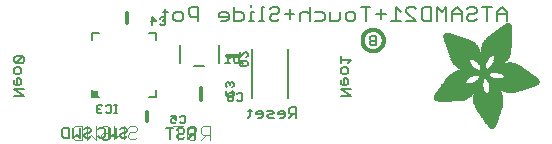
<source format=gbr>
G04 EAGLE Gerber RS-274X export*
G75*
%MOMM*%
%FSLAX34Y34*%
%LPD*%
%INSilkscreen Bottom*%
%IPPOS*%
%AMOC8*
5,1,8,0,0,1.08239X$1,22.5*%
G01*
%ADD10C,0.127000*%
%ADD11C,0.177800*%
%ADD12C,0.304800*%
%ADD13C,0.152400*%
%ADD14C,0.203200*%
%ADD15R,0.500000X0.500000*%
%ADD16C,0.101600*%
%ADD17R,0.125700X0.014000*%
%ADD18R,0.209500X0.014000*%
%ADD19R,0.279400X0.013900*%
%ADD20R,0.335300X0.014000*%
%ADD21R,0.377200X0.014000*%
%ADD22R,0.419100X0.013900*%
%ADD23R,0.475000X0.014000*%
%ADD24R,0.502900X0.014000*%
%ADD25R,0.530900X0.013900*%
%ADD26R,0.558800X0.014000*%
%ADD27R,0.586800X0.014000*%
%ADD28R,0.628600X0.014000*%
%ADD29R,0.642600X0.013900*%
%ADD30R,0.670500X0.014000*%
%ADD31R,0.698500X0.014000*%
%ADD32R,0.712500X0.013900*%
%ADD33R,0.740400X0.014000*%
%ADD34R,0.768400X0.014000*%
%ADD35R,0.782300X0.013900*%
%ADD36R,0.810300X0.014000*%
%ADD37R,0.824200X0.014000*%
%ADD38R,0.852200X0.014000*%
%ADD39R,0.880200X0.013900*%
%ADD40R,0.894100X0.014000*%
%ADD41R,0.908100X0.014000*%
%ADD42R,0.936000X0.013900*%
%ADD43R,0.950000X0.014000*%
%ADD44R,0.964000X0.014000*%
%ADD45R,0.991900X0.013900*%
%ADD46R,1.005900X0.014000*%
%ADD47R,1.033800X0.014000*%
%ADD48R,1.047800X0.014000*%
%ADD49R,1.061800X0.013900*%
%ADD50R,1.089700X0.014000*%
%ADD51R,1.103700X0.014000*%
%ADD52R,1.117600X0.013900*%
%ADD53R,1.145600X0.014000*%
%ADD54R,1.159600X0.014000*%
%ADD55R,1.173500X0.013900*%
%ADD56R,1.201500X0.014000*%
%ADD57R,1.215400X0.014000*%
%ADD58R,1.243400X0.014000*%
%ADD59R,1.257300X0.013900*%
%ADD60R,1.271300X0.014000*%
%ADD61R,1.299300X0.014000*%
%ADD62R,1.313200X0.013900*%
%ADD63R,1.327200X0.014000*%
%ADD64R,1.355100X0.014000*%
%ADD65R,1.369100X0.013900*%
%ADD66R,1.383100X0.014000*%
%ADD67R,1.411000X0.014000*%
%ADD68R,1.425000X0.014000*%
%ADD69R,1.452900X0.013900*%
%ADD70R,1.466900X0.014000*%
%ADD71R,1.480900X0.014000*%
%ADD72R,1.508800X0.013900*%
%ADD73R,1.522800X0.014000*%
%ADD74R,1.536700X0.014000*%
%ADD75R,0.167700X0.013900*%
%ADD76R,1.564700X0.013900*%
%ADD77R,0.265500X0.014000*%
%ADD78R,1.578700X0.014000*%
%ADD79R,0.349200X0.014000*%
%ADD80R,1.606600X0.014000*%
%ADD81R,0.405100X0.014000*%
%ADD82R,1.620600X0.014000*%
%ADD83R,0.475000X0.013900*%
%ADD84R,1.634500X0.013900*%
%ADD85R,0.530900X0.014000*%
%ADD86R,1.662500X0.014000*%
%ADD87R,1.676400X0.014000*%
%ADD88R,1.690400X0.013900*%
%ADD89R,1.718400X0.014000*%
%ADD90R,0.754400X0.014000*%
%ADD91R,1.732300X0.014000*%
%ADD92R,0.796300X0.013900*%
%ADD93R,1.746300X0.013900*%
%ADD94R,0.852100X0.014000*%
%ADD95R,1.774200X0.014000*%
%ADD96R,0.908000X0.014000*%
%ADD97R,1.788200X0.014000*%
%ADD98R,0.949900X0.014000*%
%ADD99R,1.816100X0.014000*%
%ADD100R,1.005900X0.013900*%
%ADD101R,1.830100X0.013900*%
%ADD102R,1.844100X0.014000*%
%ADD103R,1.872000X0.014000*%
%ADD104R,1.131600X0.013900*%
%ADD105R,1.886000X0.013900*%
%ADD106R,1.187500X0.014000*%
%ADD107R,1.900000X0.014000*%
%ADD108R,1.229400X0.014000*%
%ADD109R,1.927900X0.014000*%
%ADD110R,1.271300X0.013900*%
%ADD111R,1.941900X0.013900*%
%ADD112R,1.313200X0.014000*%
%ADD113R,1.955800X0.014000*%
%ADD114R,1.969800X0.014000*%
%ADD115R,1.397000X0.014000*%
%ADD116R,1.997800X0.014000*%
%ADD117R,1.439000X0.013900*%
%ADD118R,2.011700X0.013900*%
%ADD119R,2.025700X0.014000*%
%ADD120R,2.039700X0.014000*%
%ADD121R,1.550700X0.013900*%
%ADD122R,2.053600X0.013900*%
%ADD123R,1.592600X0.014000*%
%ADD124R,2.067600X0.014000*%
%ADD125R,1.634500X0.014000*%
%ADD126R,2.081600X0.014000*%
%ADD127R,2.095500X0.013900*%
%ADD128R,2.109500X0.014000*%
%ADD129R,1.760200X0.014000*%
%ADD130R,2.123500X0.014000*%
%ADD131R,1.802100X0.014000*%
%ADD132R,2.137500X0.014000*%
%ADD133R,1.844000X0.013900*%
%ADD134R,2.151400X0.013900*%
%ADD135R,1.871900X0.014000*%
%ADD136R,2.165400X0.014000*%
%ADD137R,1.913800X0.014000*%
%ADD138R,2.179400X0.014000*%
%ADD139R,1.955800X0.013900*%
%ADD140R,2.193300X0.013900*%
%ADD141R,1.983800X0.014000*%
%ADD142R,2.207300X0.014000*%
%ADD143R,2.221300X0.014000*%
%ADD144R,2.221300X0.013900*%
%ADD145R,2.095500X0.014000*%
%ADD146R,2.235200X0.014000*%
%ADD147R,2.249200X0.014000*%
%ADD148R,2.137400X0.014000*%
%ADD149R,2.263200X0.014000*%
%ADD150R,2.179300X0.013900*%
%ADD151R,2.277200X0.013900*%
%ADD152R,2.193300X0.014000*%
%ADD153R,2.277200X0.014000*%
%ADD154R,2.221200X0.014000*%
%ADD155R,2.291100X0.014000*%
%ADD156R,2.249100X0.013900*%
%ADD157R,2.305100X0.013900*%
%ADD158R,2.319100X0.014000*%
%ADD159R,2.277100X0.014000*%
%ADD160R,2.333000X0.013900*%
%ADD161R,2.319000X0.014000*%
%ADD162R,2.347000X0.014000*%
%ADD163R,2.333000X0.014000*%
%ADD164R,2.361000X0.014000*%
%ADD165R,2.360900X0.014000*%
%ADD166R,2.374900X0.013900*%
%ADD167R,2.388800X0.014000*%
%ADD168R,2.388900X0.014000*%
%ADD169R,2.416800X0.014000*%
%ADD170R,2.416900X0.013900*%
%ADD171R,2.402900X0.013900*%
%ADD172R,2.430800X0.014000*%
%ADD173R,2.402900X0.014000*%
%ADD174R,2.458800X0.014000*%
%ADD175R,2.416900X0.014000*%
%ADD176R,2.458700X0.013900*%
%ADD177R,2.430800X0.013900*%
%ADD178R,2.472700X0.014000*%
%ADD179R,2.500600X0.014000*%
%ADD180R,2.444800X0.014000*%
%ADD181R,2.514600X0.013900*%
%ADD182R,2.458800X0.013900*%
%ADD183R,2.528600X0.014000*%
%ADD184R,2.528500X0.014000*%
%ADD185R,2.542500X0.013900*%
%ADD186R,2.472700X0.013900*%
%ADD187R,2.556500X0.014000*%
%ADD188R,2.486700X0.014000*%
%ADD189R,2.570500X0.013900*%
%ADD190R,2.486700X0.013900*%
%ADD191R,2.584500X0.014000*%
%ADD192R,2.500700X0.014000*%
%ADD193R,2.584400X0.014000*%
%ADD194R,2.598400X0.014000*%
%ADD195R,2.514600X0.014000*%
%ADD196R,2.612400X0.013900*%
%ADD197R,2.612400X0.014000*%
%ADD198R,2.626300X0.014000*%
%ADD199R,2.640300X0.013900*%
%ADD200R,2.528600X0.013900*%
%ADD201R,2.640400X0.014000*%
%ADD202R,2.542600X0.014000*%
%ADD203R,2.654300X0.014000*%
%ADD204R,2.654300X0.013900*%
%ADD205R,2.542600X0.013900*%
%ADD206R,2.668300X0.014000*%
%ADD207R,2.556600X0.014000*%
%ADD208R,2.682200X0.014000*%
%ADD209R,2.668200X0.013900*%
%ADD210R,2.556600X0.013900*%
%ADD211R,2.570500X0.014000*%
%ADD212R,2.696200X0.014000*%
%ADD213R,2.682300X0.013900*%
%ADD214R,2.696300X0.014000*%
%ADD215R,2.696200X0.013900*%
%ADD216R,2.710200X0.014000*%
%ADD217R,2.710200X0.013900*%
%ADD218R,2.724100X0.014000*%
%ADD219R,2.710100X0.014000*%
%ADD220R,2.724100X0.013900*%
%ADD221R,2.584500X0.013900*%
%ADD222R,2.724200X0.014000*%
%ADD223R,2.724200X0.013900*%
%ADD224R,2.738100X0.013900*%
%ADD225R,2.738200X0.013900*%
%ADD226R,2.556500X0.013900*%
%ADD227R,5.238700X0.013900*%
%ADD228R,5.238700X0.014000*%
%ADD229R,5.224800X0.014000*%
%ADD230R,5.210800X0.013900*%
%ADD231R,5.210800X0.014000*%
%ADD232R,5.196800X0.014000*%
%ADD233R,5.182900X0.013900*%
%ADD234R,5.182900X0.014000*%
%ADD235R,5.168900X0.014000*%
%ADD236R,5.154900X0.014000*%
%ADD237R,5.154900X0.013900*%
%ADD238R,5.141000X0.014000*%
%ADD239R,5.127000X0.014000*%
%ADD240R,3.604200X0.013900*%
%ADD241R,1.411000X0.013900*%
%ADD242R,3.562300X0.014000*%
%ADD243R,1.383000X0.014000*%
%ADD244R,3.534400X0.014000*%
%ADD245R,1.369100X0.014000*%
%ADD246R,3.506500X0.013900*%
%ADD247R,1.341100X0.013900*%
%ADD248R,3.492500X0.014000*%
%ADD249R,1.341100X0.014000*%
%ADD250R,3.450600X0.014000*%
%ADD251R,1.313100X0.014000*%
%ADD252R,3.436600X0.014000*%
%ADD253R,3.422700X0.013900*%
%ADD254R,1.299200X0.013900*%
%ADD255R,3.394700X0.014000*%
%ADD256R,1.285300X0.014000*%
%ADD257R,3.380700X0.014000*%
%ADD258R,3.366700X0.013900*%
%ADD259R,3.338900X0.014000*%
%ADD260R,1.257300X0.014000*%
%ADD261R,3.324900X0.014000*%
%ADD262R,3.310900X0.013900*%
%ADD263R,1.243400X0.013900*%
%ADD264R,3.283000X0.014000*%
%ADD265R,3.255000X0.014000*%
%ADD266R,3.241000X0.013900*%
%ADD267R,1.215400X0.013900*%
%ADD268R,3.227100X0.014000*%
%ADD269R,3.213100X0.014000*%
%ADD270R,1.718300X0.013900*%
%ADD271R,1.187500X0.013900*%
%ADD272R,1.648500X0.014000*%
%ADD273R,1.187400X0.014000*%
%ADD274R,1.620500X0.014000*%
%ADD275R,1.592600X0.013900*%
%ADD276R,1.271200X0.013900*%
%ADD277R,1.173400X0.013900*%
%ADD278R,1.159500X0.014000*%
%ADD279R,1.564600X0.014000*%
%ADD280R,1.201400X0.014000*%
%ADD281R,1.145500X0.014000*%
%ADD282R,1.145500X0.013900*%
%ADD283R,1.550700X0.014000*%
%ADD284R,1.103600X0.014000*%
%ADD285R,1.131600X0.014000*%
%ADD286R,1.075700X0.014000*%
%ADD287R,1.117600X0.014000*%
%ADD288R,1.536700X0.013900*%
%ADD289R,1.047800X0.013900*%
%ADD290R,1.103600X0.013900*%
%ADD291R,1.522700X0.014000*%
%ADD292R,1.005800X0.014000*%
%ADD293R,0.991900X0.014000*%
%ADD294R,0.963900X0.013900*%
%ADD295R,1.075700X0.013900*%
%ADD296R,1.508800X0.014000*%
%ADD297R,1.075600X0.014000*%
%ADD298R,1.494800X0.014000*%
%ADD299R,1.061700X0.014000*%
%ADD300R,1.047700X0.014000*%
%ADD301R,1.494800X0.013900*%
%ADD302R,1.047700X0.013900*%
%ADD303R,1.480800X0.014000*%
%ADD304R,1.494700X0.014000*%
%ADD305R,0.838200X0.014000*%
%ADD306R,1.480800X0.013900*%
%ADD307R,0.810200X0.013900*%
%ADD308R,1.019800X0.013900*%
%ADD309R,1.466800X0.014000*%
%ADD310R,0.796300X0.014000*%
%ADD311R,0.768300X0.014000*%
%ADD312R,1.466800X0.013900*%
%ADD313R,0.754300X0.013900*%
%ADD314R,0.977900X0.013900*%
%ADD315R,0.139700X0.013900*%
%ADD316R,0.963900X0.014000*%
%ADD317R,0.712500X0.014000*%
%ADD318R,0.544800X0.014000*%
%ADD319R,0.670600X0.014000*%
%ADD320R,0.684600X0.013900*%
%ADD321R,0.922000X0.013900*%
%ADD322R,1.452900X0.014000*%
%ADD323R,0.656600X0.014000*%
%ADD324R,0.922100X0.014000*%
%ADD325R,0.866200X0.014000*%
%ADD326R,0.894000X0.013900*%
%ADD327R,1.033800X0.013900*%
%ADD328R,0.614600X0.014000*%
%ADD329R,0.866100X0.014000*%
%ADD330R,1.452800X0.014000*%
%ADD331R,0.600700X0.014000*%
%ADD332R,1.173500X0.014000*%
%ADD333R,1.438900X0.013900*%
%ADD334R,0.586700X0.013900*%
%ADD335R,0.838200X0.013900*%
%ADD336R,0.586700X0.014000*%
%ADD337R,2.151400X0.014000*%
%ADD338R,2.193200X0.014000*%
%ADD339R,1.438900X0.014000*%
%ADD340R,0.544900X0.014000*%
%ADD341R,0.544900X0.013900*%
%ADD342R,2.277100X0.013900*%
%ADD343R,0.516900X0.014000*%
%ADD344R,0.516900X0.013900*%
%ADD345R,0.489000X0.014000*%
%ADD346R,1.424900X0.014000*%
%ADD347R,2.444700X0.014000*%
%ADD348R,1.424900X0.013900*%
%ADD349R,0.461000X0.014000*%
%ADD350R,2.570400X0.014000*%
%ADD351R,1.425000X0.013900*%
%ADD352R,0.447000X0.013900*%
%ADD353R,1.410900X0.014000*%
%ADD354R,0.447000X0.014000*%
%ADD355R,0.433100X0.014000*%
%ADD356R,2.668200X0.014000*%
%ADD357R,0.433100X0.013900*%
%ADD358R,0.419100X0.014000*%
%ADD359R,2.738100X0.014000*%
%ADD360R,2.766100X0.014000*%
%ADD361R,1.397000X0.013900*%
%ADD362R,2.807900X0.013900*%
%ADD363R,2.835900X0.014000*%
%ADD364R,2.877900X0.014000*%
%ADD365R,0.433000X0.014000*%
%ADD366R,2.905700X0.014000*%
%ADD367R,1.369000X0.013900*%
%ADD368R,0.433000X0.013900*%
%ADD369R,2.947700X0.013900*%
%ADD370R,2.989500X0.014000*%
%ADD371R,3.031500X0.014000*%
%ADD372R,1.355100X0.013900*%
%ADD373R,0.488900X0.013900*%
%ADD374R,3.087300X0.013900*%
%ADD375R,1.341200X0.014000*%
%ADD376R,3.702000X0.014000*%
%ADD377R,3.716000X0.014000*%
%ADD378R,1.327100X0.013900*%
%ADD379R,3.757900X0.013900*%
%ADD380R,3.771900X0.014000*%
%ADD381R,1.299200X0.014000*%
%ADD382R,3.799900X0.014000*%
%ADD383R,3.841700X0.014000*%
%ADD384R,3.869700X0.013900*%
%ADD385R,3.925600X0.014000*%
%ADD386R,0.111800X0.014000*%
%ADD387R,5.266700X0.014000*%
%ADD388R,5.727700X0.013900*%
%ADD389R,5.825500X0.014000*%
%ADD390R,5.895400X0.014000*%
%ADD391R,5.965200X0.013900*%
%ADD392R,6.021100X0.014000*%
%ADD393R,6.076900X0.014000*%
%ADD394R,6.146800X0.014000*%
%ADD395R,6.188800X0.013900*%
%ADD396R,6.244600X0.014000*%
%ADD397R,6.286500X0.014000*%
%ADD398R,6.328400X0.013900*%
%ADD399R,6.384300X0.014000*%
%ADD400R,3.352800X0.014000*%
%ADD401R,2.821900X0.014000*%
%ADD402R,3.283000X0.013900*%
%ADD403R,3.241100X0.014000*%
%ADD404R,2.682300X0.014000*%
%ADD405R,3.241000X0.014000*%
%ADD406R,2.640300X0.014000*%
%ADD407R,3.227100X0.013900*%
%ADD408R,2.584400X0.013900*%
%ADD409R,3.227000X0.014000*%
%ADD410R,3.269000X0.013900*%
%ADD411R,3.282900X0.014000*%
%ADD412R,3.310900X0.014000*%
%ADD413R,3.338800X0.013900*%
%ADD414R,0.922000X0.014000*%
%ADD415R,2.123400X0.013900*%
%ADD416R,0.894100X0.013900*%
%ADD417R,2.081500X0.014000*%
%ADD418R,0.894000X0.014000*%
%ADD419R,0.908100X0.013900*%
%ADD420R,2.039600X0.014000*%
%ADD421R,2.011700X0.014000*%
%ADD422R,0.936000X0.014000*%
%ADD423R,1.969700X0.013900*%
%ADD424R,0.977900X0.014000*%
%ADD425R,1.941900X0.014000*%
%ADD426R,1.927800X0.013900*%
%ADD427R,1.913900X0.014000*%
%ADD428R,1.913800X0.013900*%
%ADD429R,2.794000X0.013900*%
%ADD430R,1.899900X0.014000*%
%ADD431R,1.229300X0.014000*%
%ADD432R,1.285200X0.014000*%
%ADD433R,2.919700X0.014000*%
%ADD434R,1.872000X0.013900*%
%ADD435R,2.961600X0.013900*%
%ADD436R,1.858000X0.014000*%
%ADD437R,3.031400X0.014000*%
%ADD438R,3.115300X0.014000*%
%ADD439R,1.858000X0.013900*%
%ADD440R,5.029200X0.013900*%
%ADD441R,4.428500X0.014000*%
%ADD442R,1.844000X0.014000*%
%ADD443R,4.414500X0.014000*%
%ADD444R,4.414500X0.013900*%
%ADD445R,1.830100X0.014000*%
%ADD446R,4.414600X0.014000*%
%ADD447R,1.830000X0.014000*%
%ADD448R,0.530800X0.014000*%
%ADD449R,4.400500X0.014000*%
%ADD450R,4.400500X0.013900*%
%ADD451R,4.400600X0.014000*%
%ADD452R,0.572800X0.013900*%
%ADD453R,4.386600X0.013900*%
%ADD454R,4.386500X0.014000*%
%ADD455R,0.614700X0.013900*%
%ADD456R,4.372600X0.013900*%
%ADD457R,0.642600X0.014000*%
%ADD458R,4.372600X0.014000*%
%ADD459R,0.698500X0.013900*%
%ADD460R,4.358600X0.013900*%
%ADD461R,0.712400X0.014000*%
%ADD462R,4.358600X0.014000*%
%ADD463R,4.344700X0.014000*%
%ADD464R,1.871900X0.013900*%
%ADD465R,0.768300X0.013900*%
%ADD466R,4.330700X0.013900*%
%ADD467R,1.885900X0.014000*%
%ADD468R,0.782300X0.014000*%
%ADD469R,4.330700X0.014000*%
%ADD470R,4.316700X0.014000*%
%ADD471R,1.899900X0.013900*%
%ADD472R,0.852200X0.013900*%
%ADD473R,4.316700X0.013900*%
%ADD474R,0.880100X0.014000*%
%ADD475R,4.302700X0.014000*%
%ADD476R,1.941800X0.014000*%
%ADD477R,4.288800X0.014000*%
%ADD478R,1.983700X0.013900*%
%ADD479R,4.274800X0.013900*%
%ADD480R,4.274800X0.014000*%
%ADD481R,4.260800X0.014000*%
%ADD482R,3.408700X0.013900*%
%ADD483R,4.260800X0.013900*%
%ADD484R,3.408700X0.014000*%
%ADD485R,4.232900X0.014000*%
%ADD486R,3.422700X0.014000*%
%ADD487R,4.219000X0.014000*%
%ADD488R,3.436600X0.013900*%
%ADD489R,4.219000X0.013900*%
%ADD490R,4.205000X0.014000*%
%ADD491R,4.177000X0.014000*%
%ADD492R,3.464600X0.014000*%
%ADD493R,4.163100X0.014000*%
%ADD494R,3.478600X0.013900*%
%ADD495R,4.135100X0.013900*%
%ADD496R,3.478600X0.014000*%
%ADD497R,4.121100X0.014000*%
%ADD498R,4.093200X0.014000*%
%ADD499R,4.051300X0.013900*%
%ADD500R,3.520500X0.014000*%
%ADD501R,4.009400X0.014000*%
%ADD502R,3.981400X0.014000*%
%ADD503R,3.548300X0.013900*%
%ADD504R,3.939500X0.013900*%
%ADD505R,3.897600X0.014000*%
%ADD506R,3.576300X0.014000*%
%ADD507R,3.799800X0.014000*%
%ADD508R,3.590200X0.013900*%
%ADD509R,3.744000X0.013900*%
%ADD510R,3.604200X0.014000*%
%ADD511R,3.702100X0.014000*%
%ADD512R,3.618200X0.014000*%
%ADD513R,3.660200X0.014000*%
%ADD514R,3.632200X0.013900*%
%ADD515R,3.618300X0.013900*%
%ADD516R,3.646200X0.014000*%
%ADD517R,3.576400X0.014000*%
%ADD518R,3.660100X0.014000*%
%ADD519R,3.660100X0.013900*%
%ADD520R,3.674100X0.014000*%
%ADD521R,3.436700X0.014000*%
%ADD522R,2.612300X0.014000*%
%ADD523R,0.782400X0.014000*%
%ADD524R,3.716000X0.013900*%
%ADD525R,2.500600X0.013900*%
%ADD526R,3.730000X0.014000*%
%ADD527R,3.758000X0.014000*%
%ADD528R,2.374900X0.014000*%
%ADD529R,3.771900X0.013900*%
%ADD530R,0.824300X0.013900*%
%ADD531R,2.305000X0.013900*%
%ADD532R,3.785900X0.014000*%
%ADD533R,3.813800X0.013900*%
%ADD534R,3.827800X0.014000*%
%ADD535R,3.855700X0.014000*%
%ADD536R,3.883700X0.014000*%
%ADD537R,1.802200X0.014000*%
%ADD538R,3.897700X0.014000*%
%ADD539R,1.746300X0.014000*%
%ADD540R,3.911600X0.013900*%
%ADD541R,0.949900X0.013900*%
%ADD542R,1.676400X0.013900*%
%ADD543R,3.939500X0.014000*%
%ADD544R,1.550600X0.014000*%
%ADD545R,3.967500X0.013900*%
%ADD546R,1.327100X0.014000*%
%ADD547R,1.019800X0.014000*%
%ADD548R,4.037300X0.013900*%
%ADD549R,3.213100X0.013900*%
%ADD550R,0.866200X0.013900*%
%ADD551R,1.061700X0.013900*%
%ADD552R,0.908000X0.013900*%
%ADD553R,1.089600X0.014000*%
%ADD554R,0.181700X0.014000*%
%ADD555R,2.346900X0.014000*%
%ADD556R,2.346900X0.013900*%
%ADD557R,3.227000X0.013900*%
%ADD558R,2.388900X0.013900*%
%ADD559R,2.416800X0.013900*%
%ADD560R,2.430700X0.014000*%
%ADD561R,3.199100X0.013900*%
%ADD562R,2.444700X0.013900*%
%ADD563R,3.199200X0.014000*%
%ADD564R,3.185200X0.014000*%
%ADD565R,2.458700X0.014000*%
%ADD566R,3.185100X0.013900*%
%ADD567R,3.171100X0.014000*%
%ADD568R,3.157200X0.014000*%
%ADD569R,3.143200X0.013900*%
%ADD570R,3.129300X0.014000*%
%ADD571R,3.101300X0.014000*%
%ADD572R,3.087400X0.013900*%
%ADD573R,3.087400X0.014000*%
%ADD574R,3.059400X0.014000*%
%ADD575R,3.031500X0.013900*%
%ADD576R,3.017500X0.014000*%
%ADD577R,2.989600X0.014000*%
%ADD578R,2.975600X0.014000*%
%ADD579R,2.891700X0.014000*%
%ADD580R,2.849900X0.013900*%
%ADD581R,2.822000X0.014000*%
%ADD582R,2.794000X0.014000*%
%ADD583R,2.752100X0.013900*%
%ADD584R,2.305000X0.014000*%
%ADD585R,2.109400X0.013900*%
%ADD586R,1.969700X0.014000*%
%ADD587R,2.486600X0.014000*%
%ADD588R,2.472600X0.014000*%
%ADD589R,2.472600X0.013900*%
%ADD590R,2.402800X0.013900*%
%ADD591R,2.402800X0.014000*%
%ADD592R,2.360900X0.013900*%
%ADD593R,2.319100X0.013900*%
%ADD594R,2.291100X0.013900*%
%ADD595R,2.263100X0.013900*%
%ADD596R,2.249100X0.014000*%
%ADD597R,2.179300X0.014000*%
%ADD598R,2.109400X0.014000*%
%ADD599R,2.067600X0.013900*%
%ADD600R,2.053600X0.014000*%
%ADD601R,2.025600X0.014000*%
%ADD602R,2.025600X0.013900*%
%ADD603R,1.983700X0.014000*%
%ADD604R,1.927900X0.013900*%
%ADD605R,1.886000X0.014000*%
%ADD606R,1.816100X0.013900*%
%ADD607R,1.760200X0.013900*%
%ADD608R,1.732300X0.013900*%
%ADD609R,1.718300X0.014000*%
%ADD610R,1.704300X0.014000*%
%ADD611R,1.690400X0.014000*%
%ADD612R,1.662400X0.013900*%
%ADD613R,1.662400X0.014000*%
%ADD614R,1.648400X0.014000*%
%ADD615R,1.620500X0.013900*%
%ADD616R,1.578600X0.013900*%
%ADD617R,1.522700X0.013900*%
%ADD618R,1.480900X0.013900*%
%ADD619R,1.383000X0.013900*%
%ADD620R,1.369000X0.014000*%
%ADD621R,1.341200X0.013900*%
%ADD622R,1.243300X0.013900*%
%ADD623R,1.215300X0.014000*%
%ADD624R,1.201400X0.013900*%
%ADD625R,1.159500X0.013900*%
%ADD626R,1.089600X0.013900*%
%ADD627R,0.880200X0.014000*%
%ADD628R,0.810200X0.014000*%
%ADD629R,0.726500X0.014000*%
%ADD630R,0.684500X0.014000*%
%ADD631R,0.600700X0.013900*%
%ADD632R,0.530800X0.013900*%
%ADD633R,0.503000X0.014000*%
%ADD634R,0.335200X0.013900*%
%ADD635R,0.279400X0.014000*%
%ADD636R,0.223600X0.014000*%
%ADD637R,0.111800X0.013900*%


D10*
X241363Y-55245D02*
X241363Y-46347D01*
X236914Y-46347D01*
X235431Y-47830D01*
X235431Y-50796D01*
X236914Y-52279D01*
X241363Y-52279D01*
X238397Y-52279D02*
X235431Y-55245D01*
X227559Y-46347D02*
X226076Y-47830D01*
X227559Y-46347D02*
X230525Y-46347D01*
X232008Y-47830D01*
X232008Y-49313D01*
X230525Y-50796D01*
X227559Y-50796D01*
X226076Y-52279D01*
X226076Y-53762D01*
X227559Y-55245D01*
X230525Y-55245D01*
X232008Y-53762D01*
X219687Y-55245D02*
X219687Y-46347D01*
X222652Y-46347D02*
X216721Y-46347D01*
X179129Y-45712D02*
X177646Y-47195D01*
X179129Y-45712D02*
X182095Y-45712D01*
X183578Y-47195D01*
X183578Y-48678D01*
X182095Y-50161D01*
X179129Y-50161D01*
X177646Y-51644D01*
X177646Y-53127D01*
X179129Y-54610D01*
X182095Y-54610D01*
X183578Y-53127D01*
X174223Y-54610D02*
X174223Y-45712D01*
X171257Y-51644D02*
X174223Y-54610D01*
X171257Y-51644D02*
X168291Y-54610D01*
X168291Y-45712D01*
X160419Y-45712D02*
X158936Y-47195D01*
X160419Y-45712D02*
X163385Y-45712D01*
X164867Y-47195D01*
X164867Y-53127D01*
X163385Y-54610D01*
X160419Y-54610D01*
X158936Y-53127D01*
X148649Y-45712D02*
X147166Y-47195D01*
X148649Y-45712D02*
X151615Y-45712D01*
X153098Y-47195D01*
X153098Y-48678D01*
X151615Y-50161D01*
X148649Y-50161D01*
X147166Y-51644D01*
X147166Y-53127D01*
X148649Y-54610D01*
X151615Y-54610D01*
X153098Y-53127D01*
X143743Y-54610D02*
X143743Y-45712D01*
X140777Y-51644D02*
X143743Y-54610D01*
X140777Y-51644D02*
X137811Y-54610D01*
X137811Y-45712D01*
X134387Y-45712D02*
X134387Y-54610D01*
X129939Y-54610D01*
X128456Y-53127D01*
X128456Y-47195D01*
X129939Y-45712D01*
X134387Y-45712D01*
X364490Y-19345D02*
X373388Y-19345D01*
X364490Y-13414D01*
X373388Y-13414D01*
X364490Y-8507D02*
X364490Y-5541D01*
X364490Y-8507D02*
X365973Y-9990D01*
X368939Y-9990D01*
X370422Y-8507D01*
X370422Y-5541D01*
X368939Y-4059D01*
X367456Y-4059D01*
X367456Y-9990D01*
X364490Y848D02*
X364490Y3814D01*
X365973Y5297D01*
X368939Y5297D01*
X370422Y3814D01*
X370422Y848D01*
X368939Y-635D01*
X365973Y-635D01*
X364490Y848D01*
X370422Y8720D02*
X373388Y11686D01*
X364490Y11686D01*
X364490Y8720D02*
X364490Y14652D01*
X326629Y-28567D02*
X326629Y-37465D01*
X326629Y-28567D02*
X322180Y-28567D01*
X320697Y-30050D01*
X320697Y-33016D01*
X322180Y-34499D01*
X326629Y-34499D01*
X323663Y-34499D02*
X320697Y-37465D01*
X315791Y-37465D02*
X312825Y-37465D01*
X315791Y-37465D02*
X317274Y-35982D01*
X317274Y-33016D01*
X315791Y-31533D01*
X312825Y-31533D01*
X311342Y-33016D01*
X311342Y-34499D01*
X317274Y-34499D01*
X307918Y-37465D02*
X303470Y-37465D01*
X301987Y-35982D01*
X303470Y-34499D01*
X306436Y-34499D01*
X307918Y-33016D01*
X306436Y-31533D01*
X301987Y-31533D01*
X297080Y-37465D02*
X294114Y-37465D01*
X297080Y-37465D02*
X298563Y-35982D01*
X298563Y-33016D01*
X297080Y-31533D01*
X294114Y-31533D01*
X292632Y-33016D01*
X292632Y-34499D01*
X298563Y-34499D01*
X287725Y-35982D02*
X287725Y-30050D01*
X287725Y-35982D02*
X286242Y-37465D01*
X286242Y-31533D02*
X289208Y-31533D01*
X96528Y-19345D02*
X87630Y-19345D01*
X87630Y-13414D02*
X96528Y-19345D01*
X96528Y-13414D02*
X87630Y-13414D01*
X87630Y-8507D02*
X87630Y-5541D01*
X87630Y-8507D02*
X89113Y-9990D01*
X92079Y-9990D01*
X93562Y-8507D01*
X93562Y-5541D01*
X92079Y-4059D01*
X90596Y-4059D01*
X90596Y-9990D01*
X87630Y848D02*
X87630Y3814D01*
X89113Y5297D01*
X92079Y5297D01*
X93562Y3814D01*
X93562Y848D01*
X92079Y-635D01*
X89113Y-635D01*
X87630Y848D01*
X89113Y8720D02*
X95045Y8720D01*
X96528Y10203D01*
X96528Y13169D01*
X95045Y14652D01*
X89113Y14652D01*
X87630Y13169D01*
X87630Y10203D01*
X89113Y8720D01*
X95045Y14652D01*
D11*
X505180Y44069D02*
X505180Y52204D01*
X501113Y56271D01*
X497045Y52204D01*
X497045Y44069D01*
X497045Y50170D02*
X505180Y50170D01*
X488249Y44069D02*
X488249Y56271D01*
X484182Y56271D02*
X492317Y56271D01*
X473352Y56271D02*
X471318Y54238D01*
X473352Y56271D02*
X477420Y56271D01*
X479453Y54238D01*
X479453Y52204D01*
X477420Y50170D01*
X473352Y50170D01*
X471318Y48136D01*
X471318Y46103D01*
X473352Y44069D01*
X477420Y44069D01*
X479453Y46103D01*
X466590Y44069D02*
X466590Y52204D01*
X462522Y56271D01*
X458455Y52204D01*
X458455Y44069D01*
X458455Y50170D02*
X466590Y50170D01*
X453727Y44069D02*
X453727Y56271D01*
X449659Y52204D01*
X445592Y56271D01*
X445592Y44069D01*
X440863Y44069D02*
X440863Y56271D01*
X440863Y44069D02*
X434762Y44069D01*
X432728Y46103D01*
X432728Y54238D01*
X434762Y56271D01*
X440863Y56271D01*
X428000Y44069D02*
X419865Y44069D01*
X428000Y44069D02*
X419865Y52204D01*
X419865Y54238D01*
X421899Y56271D01*
X425966Y56271D01*
X428000Y54238D01*
X415136Y52204D02*
X411069Y56271D01*
X411069Y44069D01*
X415136Y44069D02*
X407001Y44069D01*
X402273Y50170D02*
X394138Y50170D01*
X398206Y46103D02*
X398206Y54238D01*
X385342Y56271D02*
X385342Y44069D01*
X381275Y56271D02*
X389410Y56271D01*
X374513Y44069D02*
X370445Y44069D01*
X368411Y46103D01*
X368411Y50170D01*
X370445Y52204D01*
X374513Y52204D01*
X376546Y50170D01*
X376546Y46103D01*
X374513Y44069D01*
X363683Y46103D02*
X363683Y52204D01*
X363683Y46103D02*
X361649Y44069D01*
X355548Y44069D01*
X355548Y52204D01*
X348786Y52204D02*
X342685Y52204D01*
X348786Y52204D02*
X350820Y50170D01*
X350820Y46103D01*
X348786Y44069D01*
X342685Y44069D01*
X337956Y44069D02*
X337956Y56271D01*
X335922Y52204D02*
X337956Y50170D01*
X335922Y52204D02*
X331855Y52204D01*
X329821Y50170D01*
X329821Y44069D01*
X325093Y50170D02*
X316958Y50170D01*
X321025Y46103D02*
X321025Y54238D01*
X306128Y56271D02*
X304094Y54238D01*
X306128Y56271D02*
X310196Y56271D01*
X312229Y54238D01*
X312229Y52204D01*
X310196Y50170D01*
X306128Y50170D01*
X304094Y48136D01*
X304094Y46103D01*
X306128Y44069D01*
X310196Y44069D01*
X312229Y46103D01*
X299366Y56271D02*
X297332Y56271D01*
X297332Y44069D01*
X295299Y44069D02*
X299366Y44069D01*
X290790Y52204D02*
X288757Y52204D01*
X288757Y44069D01*
X290790Y44069D02*
X286723Y44069D01*
X288757Y56271D02*
X288757Y58305D01*
X274080Y56271D02*
X274080Y44069D01*
X280181Y44069D01*
X282215Y46103D01*
X282215Y50170D01*
X280181Y52204D01*
X274080Y52204D01*
X267318Y44069D02*
X263250Y44069D01*
X267318Y44069D02*
X269351Y46103D01*
X269351Y50170D01*
X267318Y52204D01*
X263250Y52204D01*
X261217Y50170D01*
X261217Y48136D01*
X269351Y48136D01*
X243625Y44069D02*
X243625Y56271D01*
X237524Y56271D01*
X235490Y54238D01*
X235490Y50170D01*
X237524Y48136D01*
X243625Y48136D01*
X228728Y44069D02*
X224660Y44069D01*
X222626Y46103D01*
X222626Y50170D01*
X224660Y52204D01*
X228728Y52204D01*
X230761Y50170D01*
X230761Y46103D01*
X228728Y44069D01*
X215864Y46103D02*
X215864Y54238D01*
X215864Y46103D02*
X213831Y44069D01*
X213831Y52204D02*
X217898Y52204D01*
D12*
X246380Y-12065D02*
X246380Y-22225D01*
D13*
X276500Y-17733D02*
X277602Y-16631D01*
X279805Y-16631D01*
X280906Y-17733D01*
X280906Y-22139D01*
X279805Y-23241D01*
X277602Y-23241D01*
X276500Y-22139D01*
X273422Y-17733D02*
X272321Y-16631D01*
X270117Y-16631D01*
X269016Y-17733D01*
X269016Y-18835D01*
X270117Y-19936D01*
X269016Y-21038D01*
X269016Y-22139D01*
X270117Y-23241D01*
X272321Y-23241D01*
X273422Y-22139D01*
X273422Y-21038D01*
X272321Y-19936D01*
X273422Y-18835D01*
X273422Y-17733D01*
X272321Y-19936D02*
X270117Y-19936D01*
D12*
X267970Y15240D02*
X278130Y15240D01*
D13*
X272462Y-14880D02*
X273564Y-15982D01*
X273564Y-18185D01*
X272462Y-19286D01*
X268056Y-19286D01*
X266954Y-18185D01*
X266954Y-15982D01*
X268056Y-14880D01*
X272462Y-11802D02*
X273564Y-10701D01*
X273564Y-8497D01*
X272462Y-7396D01*
X271360Y-7396D01*
X270259Y-8497D01*
X270259Y-9599D01*
X270259Y-8497D02*
X269157Y-7396D01*
X268056Y-7396D01*
X266954Y-8497D01*
X266954Y-10701D01*
X268056Y-11802D01*
D14*
X288911Y-21000D02*
X288911Y21000D01*
X319419Y21000D02*
X319419Y-21000D01*
D13*
X284527Y6114D02*
X280121Y6114D01*
X284527Y6114D02*
X285629Y7215D01*
X285629Y9419D01*
X284527Y10520D01*
X280121Y10520D01*
X279019Y9419D01*
X279019Y7215D01*
X280121Y6114D01*
X281222Y8317D02*
X279019Y10520D01*
X279019Y13598D02*
X279019Y18004D01*
X279019Y13598D02*
X283425Y18004D01*
X284527Y18004D01*
X285629Y16903D01*
X285629Y14699D01*
X284527Y13598D01*
D10*
X159975Y-20015D02*
X153975Y-20015D01*
X153975Y-14015D01*
X201975Y-20015D02*
X207975Y-20015D01*
X207975Y-14015D01*
X153975Y27985D02*
X153975Y33985D01*
X159975Y33985D01*
X207975Y33985D02*
X207975Y27985D01*
X207975Y33985D02*
X201975Y33985D01*
D15*
X156475Y-17515D03*
D13*
X172568Y-33361D02*
X174771Y-33361D01*
X173669Y-33361D02*
X173669Y-26751D01*
X172568Y-26751D02*
X174771Y-26751D01*
X166477Y-26751D02*
X165375Y-27853D01*
X166477Y-26751D02*
X168680Y-26751D01*
X169781Y-27853D01*
X169781Y-32259D01*
X168680Y-33361D01*
X166477Y-33361D01*
X165375Y-32259D01*
X162297Y-27853D02*
X161196Y-26751D01*
X158992Y-26751D01*
X157891Y-27853D01*
X157891Y-28955D01*
X158992Y-30056D01*
X160094Y-30056D01*
X158992Y-30056D02*
X157891Y-31158D01*
X157891Y-32259D01*
X158992Y-33361D01*
X161196Y-33361D01*
X162297Y-32259D01*
D16*
X184377Y-46008D02*
X186326Y-44059D01*
X190224Y-44059D01*
X192173Y-46008D01*
X192173Y-47957D01*
X190224Y-49906D01*
X186326Y-49906D01*
X184377Y-51855D01*
X184377Y-53804D01*
X186326Y-55753D01*
X190224Y-55753D01*
X192173Y-53804D01*
X180479Y-55753D02*
X180479Y-44059D01*
X176581Y-51855D02*
X180479Y-55753D01*
X176581Y-51855D02*
X172683Y-55753D01*
X172683Y-44059D01*
X162938Y-44059D02*
X160989Y-46008D01*
X162938Y-44059D02*
X166836Y-44059D01*
X168785Y-46008D01*
X168785Y-53804D01*
X166836Y-55753D01*
X162938Y-55753D01*
X160989Y-53804D01*
X161017Y-46506D02*
X162966Y-44557D01*
X166864Y-44557D01*
X168813Y-46506D01*
X168813Y-48455D01*
X166864Y-50404D01*
X162966Y-50404D01*
X161017Y-52353D01*
X161017Y-54302D01*
X162966Y-56251D01*
X166864Y-56251D01*
X168813Y-54302D01*
X157119Y-56251D02*
X157119Y-44557D01*
X153221Y-52353D02*
X157119Y-56251D01*
X153221Y-52353D02*
X149323Y-56251D01*
X149323Y-44557D01*
X145425Y-44557D02*
X145425Y-56251D01*
X139578Y-56251D01*
X137629Y-54302D01*
X137629Y-46506D01*
X139578Y-44557D01*
X145425Y-44557D01*
D12*
X183515Y42990D02*
X183515Y50990D01*
D13*
X211095Y46402D02*
X212197Y47504D01*
X214400Y47504D01*
X215501Y46402D01*
X215501Y41996D01*
X214400Y40894D01*
X212197Y40894D01*
X211095Y41996D01*
X204712Y40894D02*
X204712Y47504D01*
X208017Y44199D01*
X203611Y44199D01*
D14*
X227975Y24510D02*
X227975Y8510D01*
X260975Y8510D02*
X260975Y24510D01*
X248475Y6010D02*
X240475Y6010D01*
D13*
X278461Y10246D02*
X278461Y15754D01*
X278461Y10246D02*
X277360Y9144D01*
X275157Y9144D01*
X274055Y10246D01*
X274055Y15754D01*
X270977Y13550D02*
X268774Y15754D01*
X268774Y9144D01*
X270977Y9144D02*
X266571Y9144D01*
D12*
X200660Y-32195D02*
X200660Y-40195D01*
D13*
X228240Y-36783D02*
X229342Y-35681D01*
X231545Y-35681D01*
X232646Y-36783D01*
X232646Y-41189D01*
X231545Y-42291D01*
X229342Y-42291D01*
X228240Y-41189D01*
X225162Y-35681D02*
X220756Y-35681D01*
X225162Y-35681D02*
X225162Y-38986D01*
X222959Y-37885D01*
X221857Y-37885D01*
X220756Y-38986D01*
X220756Y-41189D01*
X221857Y-42291D01*
X224061Y-42291D01*
X225162Y-41189D01*
D16*
X253903Y-44557D02*
X253903Y-56251D01*
X253903Y-44557D02*
X248056Y-44557D01*
X246107Y-46506D01*
X246107Y-50404D01*
X248056Y-52353D01*
X253903Y-52353D01*
X250005Y-52353D02*
X246107Y-56251D01*
X234413Y-46506D02*
X236362Y-44557D01*
X240260Y-44557D01*
X242209Y-46506D01*
X242209Y-48455D01*
X240260Y-50404D01*
X236362Y-50404D01*
X234413Y-52353D01*
X234413Y-54302D01*
X236362Y-56251D01*
X240260Y-56251D01*
X242209Y-54302D01*
X226617Y-56251D02*
X226617Y-44557D01*
X230515Y-44557D02*
X222719Y-44557D01*
D12*
X382815Y27940D02*
X382818Y28160D01*
X382826Y28381D01*
X382839Y28601D01*
X382858Y28820D01*
X382883Y29039D01*
X382912Y29258D01*
X382947Y29475D01*
X382988Y29692D01*
X383033Y29908D01*
X383084Y30122D01*
X383140Y30335D01*
X383202Y30547D01*
X383268Y30757D01*
X383340Y30965D01*
X383417Y31172D01*
X383499Y31376D01*
X383585Y31579D01*
X383677Y31779D01*
X383774Y31978D01*
X383875Y32173D01*
X383982Y32366D01*
X384093Y32557D01*
X384208Y32744D01*
X384328Y32929D01*
X384453Y33111D01*
X384582Y33289D01*
X384716Y33465D01*
X384853Y33637D01*
X384995Y33805D01*
X385141Y33971D01*
X385291Y34132D01*
X385445Y34290D01*
X385603Y34444D01*
X385764Y34594D01*
X385930Y34740D01*
X386098Y34882D01*
X386270Y35019D01*
X386446Y35153D01*
X386624Y35282D01*
X386806Y35407D01*
X386991Y35527D01*
X387178Y35642D01*
X387369Y35753D01*
X387562Y35860D01*
X387757Y35961D01*
X387956Y36058D01*
X388156Y36150D01*
X388359Y36236D01*
X388563Y36318D01*
X388770Y36395D01*
X388978Y36467D01*
X389188Y36533D01*
X389400Y36595D01*
X389613Y36651D01*
X389827Y36702D01*
X390043Y36747D01*
X390260Y36788D01*
X390477Y36823D01*
X390696Y36852D01*
X390915Y36877D01*
X391134Y36896D01*
X391354Y36909D01*
X391575Y36917D01*
X391795Y36920D01*
X392015Y36917D01*
X392236Y36909D01*
X392456Y36896D01*
X392675Y36877D01*
X392894Y36852D01*
X393113Y36823D01*
X393330Y36788D01*
X393547Y36747D01*
X393763Y36702D01*
X393977Y36651D01*
X394190Y36595D01*
X394402Y36533D01*
X394612Y36467D01*
X394820Y36395D01*
X395027Y36318D01*
X395231Y36236D01*
X395434Y36150D01*
X395634Y36058D01*
X395833Y35961D01*
X396028Y35860D01*
X396221Y35753D01*
X396412Y35642D01*
X396599Y35527D01*
X396784Y35407D01*
X396966Y35282D01*
X397144Y35153D01*
X397320Y35019D01*
X397492Y34882D01*
X397660Y34740D01*
X397826Y34594D01*
X397987Y34444D01*
X398145Y34290D01*
X398299Y34132D01*
X398449Y33971D01*
X398595Y33805D01*
X398737Y33637D01*
X398874Y33465D01*
X399008Y33289D01*
X399137Y33111D01*
X399262Y32929D01*
X399382Y32744D01*
X399497Y32557D01*
X399608Y32366D01*
X399715Y32173D01*
X399816Y31978D01*
X399913Y31779D01*
X400005Y31579D01*
X400091Y31376D01*
X400173Y31172D01*
X400250Y30965D01*
X400322Y30757D01*
X400388Y30547D01*
X400450Y30335D01*
X400506Y30122D01*
X400557Y29908D01*
X400602Y29692D01*
X400643Y29475D01*
X400678Y29258D01*
X400707Y29039D01*
X400732Y28820D01*
X400751Y28601D01*
X400764Y28381D01*
X400772Y28160D01*
X400775Y27940D01*
X400772Y27720D01*
X400764Y27499D01*
X400751Y27279D01*
X400732Y27060D01*
X400707Y26841D01*
X400678Y26622D01*
X400643Y26405D01*
X400602Y26188D01*
X400557Y25972D01*
X400506Y25758D01*
X400450Y25545D01*
X400388Y25333D01*
X400322Y25123D01*
X400250Y24915D01*
X400173Y24708D01*
X400091Y24504D01*
X400005Y24301D01*
X399913Y24101D01*
X399816Y23902D01*
X399715Y23707D01*
X399608Y23514D01*
X399497Y23323D01*
X399382Y23136D01*
X399262Y22951D01*
X399137Y22769D01*
X399008Y22591D01*
X398874Y22415D01*
X398737Y22243D01*
X398595Y22075D01*
X398449Y21909D01*
X398299Y21748D01*
X398145Y21590D01*
X397987Y21436D01*
X397826Y21286D01*
X397660Y21140D01*
X397492Y20998D01*
X397320Y20861D01*
X397144Y20727D01*
X396966Y20598D01*
X396784Y20473D01*
X396599Y20353D01*
X396412Y20238D01*
X396221Y20127D01*
X396028Y20020D01*
X395833Y19919D01*
X395634Y19822D01*
X395434Y19730D01*
X395231Y19644D01*
X395027Y19562D01*
X394820Y19485D01*
X394612Y19413D01*
X394402Y19347D01*
X394190Y19285D01*
X393977Y19229D01*
X393763Y19178D01*
X393547Y19133D01*
X393330Y19092D01*
X393113Y19057D01*
X392894Y19028D01*
X392675Y19003D01*
X392456Y18984D01*
X392236Y18971D01*
X392015Y18963D01*
X391795Y18960D01*
X391575Y18963D01*
X391354Y18971D01*
X391134Y18984D01*
X390915Y19003D01*
X390696Y19028D01*
X390477Y19057D01*
X390260Y19092D01*
X390043Y19133D01*
X389827Y19178D01*
X389613Y19229D01*
X389400Y19285D01*
X389188Y19347D01*
X388978Y19413D01*
X388770Y19485D01*
X388563Y19562D01*
X388359Y19644D01*
X388156Y19730D01*
X387956Y19822D01*
X387757Y19919D01*
X387562Y20020D01*
X387369Y20127D01*
X387178Y20238D01*
X386991Y20353D01*
X386806Y20473D01*
X386624Y20598D01*
X386446Y20727D01*
X386270Y20861D01*
X386098Y20998D01*
X385930Y21140D01*
X385764Y21286D01*
X385603Y21436D01*
X385445Y21590D01*
X385291Y21748D01*
X385141Y21909D01*
X384995Y22075D01*
X384853Y22243D01*
X384716Y22415D01*
X384582Y22591D01*
X384453Y22769D01*
X384328Y22951D01*
X384208Y23136D01*
X384093Y23323D01*
X383982Y23514D01*
X383875Y23707D01*
X383774Y23902D01*
X383677Y24101D01*
X383585Y24301D01*
X383499Y24504D01*
X383417Y24708D01*
X383340Y24915D01*
X383268Y25123D01*
X383202Y25333D01*
X383140Y25545D01*
X383084Y25758D01*
X383033Y25972D01*
X382988Y26188D01*
X382947Y26405D01*
X382912Y26622D01*
X382883Y26841D01*
X382858Y27060D01*
X382839Y27279D01*
X382826Y27499D01*
X382818Y27720D01*
X382815Y27940D01*
D14*
X394335Y23876D02*
X394335Y32011D01*
X390268Y32011D01*
X388912Y30655D01*
X388912Y29299D01*
X390268Y27943D01*
X388912Y26588D01*
X388912Y25232D01*
X390268Y23876D01*
X394335Y23876D01*
X394335Y27943D02*
X390268Y27943D01*
D17*
X505816Y41910D03*
D18*
X505816Y41770D03*
D19*
X505746Y41631D03*
D20*
X505746Y41491D03*
D21*
X505816Y41351D03*
D22*
X505746Y41212D03*
D23*
X505746Y41072D03*
D24*
X505746Y40932D03*
D25*
X505746Y40793D03*
D26*
X505606Y40653D03*
D27*
X505606Y40513D03*
D28*
X505536Y40373D03*
D29*
X505466Y40234D03*
D30*
X505467Y40094D03*
D31*
X505327Y39954D03*
D32*
X505257Y39815D03*
D33*
X505257Y39675D03*
D34*
X505117Y39535D03*
D35*
X505048Y39396D03*
D36*
X504908Y39256D03*
D37*
X504838Y39116D03*
D38*
X504838Y38976D03*
D39*
X504698Y38837D03*
D40*
X504629Y38697D03*
D41*
X504559Y38557D03*
D42*
X504419Y38418D03*
D43*
X504349Y38278D03*
D44*
X504279Y38138D03*
D45*
X504140Y37999D03*
D46*
X504070Y37859D03*
D47*
X503930Y37719D03*
D48*
X503860Y37579D03*
D49*
X503790Y37440D03*
D50*
X503651Y37300D03*
D51*
X503581Y37160D03*
D52*
X503511Y37021D03*
D53*
X503371Y36881D03*
D54*
X503301Y36741D03*
D55*
X503232Y36602D03*
D56*
X503092Y36462D03*
D57*
X503022Y36322D03*
D58*
X502882Y36182D03*
D59*
X502813Y36043D03*
D60*
X502743Y35903D03*
D61*
X502603Y35763D03*
D62*
X502533Y35624D03*
D63*
X502463Y35484D03*
D64*
X502324Y35344D03*
D65*
X502254Y35205D03*
D66*
X502184Y35065D03*
D67*
X502044Y34925D03*
D68*
X501974Y34785D03*
D69*
X501835Y34646D03*
D70*
X501765Y34506D03*
D71*
X501695Y34366D03*
D72*
X501555Y34227D03*
D73*
X501485Y34087D03*
D74*
X501416Y33947D03*
D75*
X454616Y33808D03*
D76*
X501276Y33808D03*
D77*
X454686Y33668D03*
D78*
X501206Y33668D03*
D79*
X454825Y33528D03*
D80*
X501066Y33528D03*
D81*
X454965Y33388D03*
D82*
X500996Y33388D03*
D83*
X455035Y33249D03*
D84*
X500927Y33249D03*
D85*
X455175Y33109D03*
D86*
X500787Y33109D03*
D27*
X455314Y32969D03*
D87*
X500717Y32969D03*
D29*
X455454Y32830D03*
D88*
X500647Y32830D03*
D31*
X455594Y32690D03*
D89*
X500507Y32690D03*
D90*
X455733Y32550D03*
D91*
X500438Y32550D03*
D92*
X455943Y32411D03*
D93*
X500368Y32411D03*
D94*
X456083Y32271D03*
D95*
X500228Y32271D03*
D96*
X456222Y32131D03*
D97*
X500158Y32131D03*
D98*
X456432Y31991D03*
D99*
X500019Y31991D03*
D100*
X456572Y31852D03*
D101*
X499949Y31852D03*
D48*
X456781Y31712D03*
D102*
X499879Y31712D03*
D50*
X456991Y31572D03*
D103*
X499739Y31572D03*
D104*
X457200Y31433D03*
D105*
X499669Y31433D03*
D106*
X457340Y31293D03*
D107*
X499599Y31293D03*
D108*
X457549Y31153D03*
D109*
X499460Y31153D03*
D110*
X457759Y31014D03*
D111*
X499390Y31014D03*
D112*
X457968Y30874D03*
D113*
X499320Y30874D03*
D64*
X458178Y30734D03*
D114*
X499250Y30734D03*
D115*
X458387Y30594D03*
D116*
X499110Y30594D03*
D117*
X458597Y30455D03*
D118*
X499041Y30455D03*
D71*
X458807Y30315D03*
D119*
X498971Y30315D03*
D73*
X459016Y30175D03*
D120*
X498901Y30175D03*
D121*
X459296Y30036D03*
D122*
X498831Y30036D03*
D123*
X459505Y29896D03*
D124*
X498761Y29896D03*
D125*
X459715Y29756D03*
D126*
X498691Y29756D03*
D88*
X459994Y29617D03*
D127*
X498622Y29617D03*
D91*
X460204Y29477D03*
D128*
X498552Y29477D03*
D129*
X460483Y29337D03*
D130*
X498482Y29337D03*
D131*
X460693Y29197D03*
D132*
X498412Y29197D03*
D133*
X460902Y29058D03*
D134*
X498342Y29058D03*
D135*
X461182Y28918D03*
D136*
X498272Y28918D03*
D137*
X461391Y28778D03*
D138*
X498202Y28778D03*
D139*
X461601Y28639D03*
D140*
X498133Y28639D03*
D141*
X461880Y28499D03*
D142*
X498063Y28499D03*
D119*
X462090Y28359D03*
D143*
X497993Y28359D03*
D122*
X462229Y28220D03*
D144*
X497993Y28220D03*
D145*
X462439Y28080D03*
D146*
X497923Y28080D03*
D128*
X462649Y27940D03*
D147*
X497853Y27940D03*
D148*
X462788Y27800D03*
D149*
X497783Y27800D03*
D150*
X462998Y27661D03*
D151*
X497713Y27661D03*
D152*
X463208Y27521D03*
D153*
X497713Y27521D03*
D154*
X463347Y27381D03*
D155*
X497644Y27381D03*
D156*
X463487Y27242D03*
D157*
X497574Y27242D03*
D147*
X463626Y27102D03*
D158*
X497504Y27102D03*
D159*
X463766Y26962D03*
D158*
X497504Y26962D03*
D157*
X463906Y26823D03*
D160*
X497434Y26823D03*
D161*
X464115Y26683D03*
D162*
X497364Y26683D03*
D163*
X464185Y26543D03*
D164*
X497294Y26543D03*
D165*
X464325Y26403D03*
D164*
X497294Y26403D03*
D166*
X464535Y26264D03*
X497225Y26264D03*
D167*
X464604Y26124D03*
D168*
X497155Y26124D03*
D169*
X464744Y25984D03*
D168*
X497155Y25984D03*
D170*
X464884Y25845D03*
D171*
X497085Y25845D03*
D172*
X464953Y25705D03*
D173*
X497085Y25705D03*
D174*
X465093Y25565D03*
D175*
X497015Y25565D03*
D176*
X465233Y25426D03*
D177*
X496945Y25426D03*
D178*
X465303Y25286D03*
D172*
X496945Y25286D03*
D179*
X465442Y25146D03*
D180*
X496875Y25146D03*
D179*
X465582Y25006D03*
D180*
X496875Y25006D03*
D181*
X465652Y24867D03*
D182*
X496805Y24867D03*
D183*
X465722Y24727D03*
D174*
X496805Y24727D03*
D184*
X465862Y24587D03*
D178*
X496736Y24587D03*
D185*
X465932Y24448D03*
D186*
X496736Y24448D03*
D187*
X466002Y24308D03*
D188*
X496666Y24308D03*
D187*
X466141Y24168D03*
D188*
X496666Y24168D03*
D189*
X466211Y24029D03*
D190*
X496666Y24029D03*
D191*
X466281Y23889D03*
D192*
X496596Y23889D03*
D193*
X466420Y23749D03*
D192*
X496596Y23749D03*
D194*
X466490Y23609D03*
D195*
X496526Y23609D03*
D196*
X466560Y23470D03*
D181*
X496526Y23470D03*
D197*
X466700Y23330D03*
D195*
X496526Y23330D03*
D198*
X466770Y23190D03*
D183*
X496456Y23190D03*
D199*
X466840Y23051D03*
D200*
X496456Y23051D03*
D201*
X466979Y22911D03*
D202*
X496386Y22911D03*
D203*
X467049Y22771D03*
D202*
X496386Y22771D03*
D204*
X467049Y22632D03*
D205*
X496386Y22632D03*
D203*
X467189Y22492D03*
D202*
X496386Y22492D03*
D206*
X467259Y22352D03*
D207*
X496316Y22352D03*
D208*
X467328Y22212D03*
D207*
X496316Y22212D03*
D209*
X467398Y22073D03*
D210*
X496316Y22073D03*
D208*
X467468Y21933D03*
D211*
X496247Y21933D03*
D212*
X467538Y21793D03*
D211*
X496247Y21793D03*
D213*
X467608Y21654D03*
D189*
X496247Y21654D03*
D214*
X467678Y21514D03*
D211*
X496247Y21514D03*
D214*
X467678Y21374D03*
D191*
X496177Y21374D03*
D215*
X467817Y21235D03*
D189*
X496107Y21235D03*
D216*
X467887Y21095D03*
D211*
X496107Y21095D03*
D216*
X467887Y20955D03*
D211*
X496107Y20955D03*
D216*
X468027Y20815D03*
D211*
X496107Y20815D03*
D217*
X468027Y20676D03*
D189*
X496107Y20676D03*
D218*
X468097Y20536D03*
D191*
X496037Y20536D03*
D219*
X468167Y20396D03*
D191*
X496037Y20396D03*
D220*
X468237Y20257D03*
D221*
X496037Y20257D03*
D218*
X468237Y20117D03*
D191*
X496037Y20117D03*
D222*
X468376Y19977D03*
D191*
X496037Y19977D03*
D223*
X468376Y19838D03*
D221*
X496037Y19838D03*
D222*
X468376Y19698D03*
D191*
X496037Y19698D03*
D218*
X468516Y19558D03*
D211*
X495967Y19558D03*
D218*
X468516Y19418D03*
D211*
X495967Y19418D03*
D224*
X468586Y19279D03*
D189*
X495967Y19279D03*
D218*
X468656Y19139D03*
D211*
X495967Y19139D03*
D218*
X468656Y18999D03*
D211*
X495967Y18999D03*
D224*
X468726Y18860D03*
D189*
X495967Y18860D03*
D222*
X468795Y18720D03*
D211*
X495967Y18720D03*
D222*
X468795Y18580D03*
D187*
X495897Y18580D03*
D225*
X468865Y18441D03*
D226*
X495897Y18441D03*
D222*
X468935Y18301D03*
D187*
X495897Y18301D03*
D222*
X468935Y18161D03*
D187*
X495897Y18161D03*
D222*
X468935Y18021D03*
D187*
X495897Y18021D03*
D224*
X469005Y17882D03*
D205*
X495827Y17882D03*
D218*
X469075Y17742D03*
D202*
X495827Y17742D03*
D218*
X469075Y17602D03*
D202*
X495827Y17602D03*
D224*
X469145Y17463D03*
D205*
X495827Y17463D03*
D222*
X469214Y17323D03*
D183*
X495757Y17323D03*
D222*
X469214Y17183D03*
D183*
X495757Y17183D03*
D225*
X469284Y17044D03*
D200*
X495757Y17044D03*
D222*
X469354Y16904D03*
D183*
X495757Y16904D03*
D222*
X469354Y16764D03*
D195*
X495687Y16764D03*
D222*
X469354Y16624D03*
D195*
X495687Y16624D03*
D227*
X482067Y16485D03*
D228*
X482067Y16345D03*
D229*
X481997Y16205D03*
D230*
X482067Y16066D03*
D231*
X482067Y15926D03*
D232*
X481997Y15786D03*
D233*
X482067Y15647D03*
D234*
X482067Y15507D03*
D235*
X481997Y15367D03*
D236*
X482067Y15227D03*
D237*
X482067Y15088D03*
D238*
X481997Y14948D03*
D239*
X482067Y14808D03*
D240*
X474453Y14669D03*
D241*
X500507Y14669D03*
D242*
X474244Y14529D03*
D243*
X500647Y14529D03*
D244*
X474243Y14389D03*
D245*
X500717Y14389D03*
D246*
X474104Y14250D03*
D247*
X500717Y14250D03*
D248*
X474034Y14110D03*
D249*
X500717Y14110D03*
D250*
X473964Y13970D03*
D251*
X500717Y13970D03*
D252*
X473894Y13830D03*
D251*
X500717Y13830D03*
D253*
X473825Y13691D03*
D254*
X500647Y13691D03*
D255*
X473825Y13551D03*
D256*
X500717Y13551D03*
D257*
X473755Y13411D03*
D60*
X500647Y13411D03*
D258*
X473685Y13272D03*
D110*
X500647Y13272D03*
D259*
X473685Y13132D03*
D260*
X500577Y13132D03*
D261*
X473615Y12992D03*
D260*
X500577Y12992D03*
D262*
X473545Y12853D03*
D263*
X500507Y12853D03*
D264*
X473545Y12713D03*
D58*
X500507Y12713D03*
D264*
X473545Y12573D03*
D108*
X500437Y12573D03*
D265*
X473545Y12433D03*
D108*
X500437Y12433D03*
D266*
X473475Y12294D03*
D267*
X500367Y12294D03*
D268*
X473406Y12154D03*
D56*
X500298Y12154D03*
D269*
X473476Y12014D03*
D56*
X500298Y12014D03*
D270*
X466002Y11875D03*
D69*
X482137Y11875D03*
D271*
X500228Y11875D03*
D272*
X465792Y11735D03*
D64*
X482486Y11735D03*
D273*
X500088Y11735D03*
D274*
X465652Y11595D03*
D112*
X482695Y11595D03*
D273*
X500088Y11595D03*
D275*
X465652Y11456D03*
D276*
X482765Y11456D03*
D277*
X500018Y11456D03*
D123*
X465652Y11316D03*
D108*
X482835Y11316D03*
D278*
X499949Y11316D03*
D279*
X465652Y11176D03*
D280*
X482975Y11176D03*
D281*
X499879Y11176D03*
D279*
X465652Y11036D03*
D278*
X483045Y11036D03*
D281*
X499879Y11036D03*
D121*
X465722Y10897D03*
D104*
X483184Y10897D03*
D282*
X499739Y10897D03*
D283*
X465722Y10757D03*
D284*
X483184Y10757D03*
D285*
X499669Y10757D03*
D74*
X465792Y10617D03*
D286*
X483324Y10617D03*
D287*
X499599Y10617D03*
D288*
X465792Y10478D03*
D289*
X483324Y10478D03*
D290*
X499529Y10478D03*
D291*
X465862Y10338D03*
D292*
X483394Y10338D03*
D51*
X499390Y10338D03*
D291*
X465862Y10198D03*
D293*
X483464Y10198D03*
D50*
X499320Y10198D03*
D72*
X465931Y10059D03*
D294*
X483464Y10059D03*
D295*
X499250Y10059D03*
D296*
X465931Y9919D03*
D98*
X483534Y9919D03*
D297*
X499110Y9919D03*
D298*
X466001Y9779D03*
D41*
X483604Y9779D03*
D299*
X499041Y9779D03*
D298*
X466141Y9639D03*
D40*
X483674Y9639D03*
D300*
X498971Y9639D03*
D301*
X466141Y9500D03*
D39*
X483743Y9500D03*
D302*
X498831Y9500D03*
D303*
X466211Y9360D03*
D38*
X483743Y9360D03*
D47*
X498761Y9360D03*
D304*
X466281Y9220D03*
D305*
X483813Y9220D03*
D47*
X498621Y9220D03*
D306*
X466350Y9081D03*
D307*
X483813Y9081D03*
D308*
X498551Y9081D03*
D309*
X466420Y8941D03*
D310*
X483883Y8941D03*
D293*
X498412Y8941D03*
D303*
X466490Y8801D03*
D311*
X483883Y8801D03*
D293*
X498272Y8801D03*
D312*
X466560Y8662D03*
D313*
X483953Y8662D03*
D314*
X498202Y8662D03*
D315*
X507283Y8662D03*
D70*
X466700Y8522D03*
D33*
X484022Y8522D03*
D316*
X497993Y8522D03*
D81*
X507353Y8522D03*
D70*
X466700Y8382D03*
D317*
X484023Y8382D03*
D98*
X497923Y8382D03*
D318*
X507352Y8382D03*
D70*
X466840Y8242D03*
D31*
X484093Y8242D03*
D43*
X497783Y8242D03*
D319*
X507422Y8242D03*
D69*
X466910Y8103D03*
D320*
X484162Y8103D03*
D321*
X497643Y8103D03*
D35*
X507423Y8103D03*
D322*
X467049Y7963D03*
D323*
X484162Y7963D03*
D324*
X497504Y7963D03*
D325*
X507422Y7963D03*
D70*
X467119Y7823D03*
D323*
X484162Y7823D03*
D40*
X497364Y7823D03*
D43*
X507422Y7823D03*
D69*
X467189Y7684D03*
D29*
X484232Y7684D03*
D326*
X497224Y7684D03*
D327*
X507422Y7684D03*
D322*
X467329Y7544D03*
D328*
X484232Y7544D03*
D329*
X497085Y7544D03*
D284*
X507492Y7544D03*
D330*
X467468Y7404D03*
D331*
X484302Y7404D03*
D329*
X496945Y7404D03*
D332*
X507423Y7404D03*
D333*
X467538Y7265D03*
D334*
X484372Y7265D03*
D335*
X496805Y7265D03*
D59*
X507423Y7265D03*
D322*
X467608Y7125D03*
D336*
X484372Y7125D03*
D337*
X503231Y7125D03*
D322*
X467748Y6985D03*
D26*
X484372Y6985D03*
D338*
X503301Y6985D03*
D339*
X467818Y6845D03*
D340*
X484442Y6845D03*
D154*
X503441Y6845D03*
D333*
X467957Y6706D03*
D341*
X484442Y6706D03*
D342*
X503581Y6706D03*
D339*
X468097Y6566D03*
D85*
X484512Y6566D03*
D155*
X503651Y6566D03*
D339*
X468237Y6426D03*
D343*
X484582Y6426D03*
D163*
X503720Y6426D03*
D117*
X468376Y6287D03*
D344*
X484582Y6287D03*
D166*
X503790Y6287D03*
D68*
X468446Y6147D03*
D345*
X484581Y6147D03*
D173*
X503930Y6147D03*
D346*
X468586Y6007D03*
D345*
X484581Y6007D03*
D347*
X504000Y6007D03*
D348*
X468726Y5868D03*
D83*
X484651Y5868D03*
D186*
X504000Y5868D03*
D68*
X468865Y5728D03*
D23*
X484651Y5728D03*
D195*
X504069Y5728D03*
D346*
X469005Y5588D03*
D349*
X484721Y5588D03*
D202*
X504209Y5588D03*
D346*
X469145Y5448D03*
D349*
X484721Y5448D03*
D350*
X504209Y5448D03*
D351*
X469284Y5309D03*
D352*
X484791Y5309D03*
D196*
X504279Y5309D03*
D353*
X469494Y5169D03*
D354*
X484791Y5169D03*
D201*
X504279Y5169D03*
D67*
X469633Y5029D03*
D355*
X484861Y5029D03*
D356*
X504279Y5029D03*
D241*
X469773Y4890D03*
D357*
X484861Y4890D03*
D217*
X504349Y4890D03*
D67*
X469913Y4750D03*
D358*
X484931Y4750D03*
D359*
X504349Y4750D03*
D115*
X470122Y4610D03*
D355*
X485001Y4610D03*
D360*
X504349Y4610D03*
D361*
X470262Y4471D03*
D357*
X485001Y4471D03*
D362*
X504419Y4471D03*
D115*
X470541Y4331D03*
D355*
X485001Y4331D03*
D363*
X504419Y4331D03*
D115*
X470681Y4191D03*
D358*
X485071Y4191D03*
D364*
X504489Y4191D03*
D66*
X470891Y4051D03*
D365*
X485140Y4051D03*
D366*
X504489Y4051D03*
D367*
X471100Y3912D03*
D368*
X485140Y3912D03*
D369*
X504419Y3912D03*
D245*
X471380Y3772D03*
D354*
X485210Y3772D03*
D370*
X504489Y3772D03*
D245*
X471520Y3632D03*
D349*
X485280Y3632D03*
D371*
X504419Y3632D03*
D372*
X471869Y3493D03*
D373*
X485420Y3493D03*
D374*
X504419Y3493D03*
D375*
X472078Y3353D03*
D376*
X501485Y3353D03*
D249*
X472358Y3213D03*
D377*
X501555Y3213D03*
D378*
X472707Y3074D03*
D379*
X501625Y3074D03*
D112*
X473056Y2934D03*
D380*
X501695Y2934D03*
D381*
X473405Y2794D03*
D382*
X501695Y2794D03*
D256*
X473755Y2654D03*
D383*
X501765Y2654D03*
D110*
X474244Y2515D03*
D384*
X501765Y2515D03*
D60*
X474663Y2375D03*
D385*
X501764Y2375D03*
D386*
X466490Y2235D03*
D387*
X495199Y2235D03*
D388*
X493034Y2096D03*
D389*
X492824Y1956D03*
D390*
X492614Y1816D03*
D391*
X492544Y1677D03*
D392*
X492405Y1537D03*
D393*
X492265Y1397D03*
D394*
X492195Y1257D03*
D395*
X492125Y1118D03*
D396*
X492125Y978D03*
D397*
X492056Y838D03*
D398*
X491985Y699D03*
D399*
X491986Y559D03*
D400*
X476548Y419D03*
D401*
X509937Y419D03*
D402*
X475920Y280D03*
D220*
X510566Y280D03*
D403*
X475571Y140D03*
D404*
X511055Y140D03*
D405*
X475291Y0D03*
D406*
X511404Y0D03*
D405*
X475012Y-140D03*
D197*
X511823Y-140D03*
D407*
X474803Y-280D03*
D408*
X512102Y-280D03*
D268*
X474523Y-419D03*
D187*
X512382Y-419D03*
D409*
X474383Y-559D03*
D187*
X512661Y-559D03*
D407*
X474244Y-699D03*
D185*
X512871Y-699D03*
D265*
X474104Y-838D03*
D183*
X513220Y-838D03*
D265*
X473964Y-978D03*
D184*
X513360Y-978D03*
D410*
X473894Y-1118D03*
D181*
X513569Y-1118D03*
D411*
X473825Y-1257D03*
D195*
X513848Y-1257D03*
D412*
X473685Y-1397D03*
D195*
X513988Y-1397D03*
D261*
X473615Y-1537D03*
D192*
X514198Y-1537D03*
D413*
X473545Y-1677D03*
D181*
X514407Y-1677D03*
D146*
X467887Y-1816D03*
D316*
X485420Y-1816D03*
D195*
X514547Y-1816D03*
D136*
X467398Y-1956D03*
D414*
X485769Y-1956D03*
D184*
X514757Y-1956D03*
D415*
X467049Y-2096D03*
D416*
X485909Y-2096D03*
D200*
X514896Y-2096D03*
D417*
X466700Y-2235D03*
D418*
X486048Y-2235D03*
D202*
X514966Y-2235D03*
D124*
X466490Y-2375D03*
D40*
X486188Y-2375D03*
D187*
X515176Y-2375D03*
D122*
X466141Y-2515D03*
D419*
X486258Y-2515D03*
D226*
X515316Y-2515D03*
D420*
X465931Y-2654D03*
D41*
X486398Y-2654D03*
D193*
X515455Y-2654D03*
D421*
X465652Y-2794D03*
D414*
X486467Y-2794D03*
D194*
X515525Y-2794D03*
D141*
X465512Y-2934D03*
D422*
X486537Y-2934D03*
D197*
X515595Y-2934D03*
D423*
X465303Y-3074D03*
D294*
X486677Y-3074D03*
D199*
X515735Y-3074D03*
D113*
X465093Y-3213D03*
D424*
X486747Y-3213D03*
D203*
X515805Y-3213D03*
D425*
X464884Y-3353D03*
D292*
X486886Y-3353D03*
D208*
X515944Y-3353D03*
D426*
X464674Y-3493D03*
D327*
X487026Y-3493D03*
D215*
X516014Y-3493D03*
D109*
X464535Y-3632D03*
D299*
X487166Y-3632D03*
D218*
X516014Y-3632D03*
D427*
X464325Y-3772D03*
D51*
X487236Y-3772D03*
D360*
X516084Y-3772D03*
D428*
X464185Y-3912D03*
D104*
X487375Y-3912D03*
D429*
X516084Y-3912D03*
D430*
X463976Y-4051D03*
D273*
X487515Y-4051D03*
D401*
X516084Y-4051D03*
D430*
X463836Y-4191D03*
D431*
X487725Y-4191D03*
D364*
X516084Y-4191D03*
D103*
X463696Y-4331D03*
D432*
X487864Y-4331D03*
D433*
X516014Y-4331D03*
D434*
X463556Y-4471D03*
D372*
X488074Y-4471D03*
D435*
X515944Y-4471D03*
D436*
X463347Y-4610D03*
D68*
X488423Y-4610D03*
D437*
X515874Y-4610D03*
D436*
X463207Y-4750D03*
D291*
X488773Y-4750D03*
D438*
X515595Y-4750D03*
D439*
X463067Y-4890D03*
D440*
X506165Y-4890D03*
D102*
X462998Y-5029D03*
D85*
X483534Y-5029D03*
D441*
X509309Y-5029D03*
D442*
X462858Y-5169D03*
D343*
X483324Y-5169D03*
D443*
X509518Y-5169D03*
D133*
X462718Y-5309D03*
D344*
X483185Y-5309D03*
D444*
X509658Y-5309D03*
D445*
X462649Y-5448D03*
D343*
X483045Y-5448D03*
D446*
X509797Y-5448D03*
D445*
X462509Y-5588D03*
D85*
X482975Y-5588D03*
D443*
X509937Y-5588D03*
D447*
X462369Y-5728D03*
D448*
X482835Y-5728D03*
D449*
X510007Y-5728D03*
D101*
X462230Y-5868D03*
D25*
X482696Y-5868D03*
D450*
X510147Y-5868D03*
D99*
X462160Y-6007D03*
D340*
X482626Y-6007D03*
D451*
X510286Y-6007D03*
D99*
X462020Y-6147D03*
D26*
X482416Y-6147D03*
D451*
X510286Y-6147D03*
D101*
X461950Y-6287D03*
D452*
X482346Y-6287D03*
D453*
X510356Y-6287D03*
D447*
X461810Y-6426D03*
D27*
X482276Y-6426D03*
D454*
X510496Y-6426D03*
D99*
X461741Y-6566D03*
D331*
X482067Y-6566D03*
D454*
X510496Y-6566D03*
D101*
X461671Y-6706D03*
D455*
X481997Y-6706D03*
D456*
X510565Y-6706D03*
D445*
X461531Y-6845D03*
D457*
X481857Y-6845D03*
D458*
X510565Y-6845D03*
D442*
X461461Y-6985D03*
D323*
X481787Y-6985D03*
D458*
X510705Y-6985D03*
D447*
X461391Y-7125D03*
D30*
X481578Y-7125D03*
D458*
X510705Y-7125D03*
D133*
X461321Y-7265D03*
D459*
X481438Y-7265D03*
D460*
X510775Y-7265D03*
D436*
X461251Y-7404D03*
D461*
X481368Y-7404D03*
D462*
X510775Y-7404D03*
D436*
X461251Y-7544D03*
D33*
X481228Y-7544D03*
D463*
X510845Y-7544D03*
D464*
X461182Y-7684D03*
D465*
X481089Y-7684D03*
D466*
X510775Y-7684D03*
D467*
X461112Y-7823D03*
D468*
X480880Y-7823D03*
D469*
X510775Y-7823D03*
D430*
X461042Y-7963D03*
D36*
X480740Y-7963D03*
D470*
X510845Y-7963D03*
D471*
X461042Y-8103D03*
D472*
X480530Y-8103D03*
D473*
X510845Y-8103D03*
D109*
X461042Y-8242D03*
D474*
X480391Y-8242D03*
D475*
X510915Y-8242D03*
D476*
X460972Y-8382D03*
D414*
X480181Y-8382D03*
D475*
X510915Y-8382D03*
D114*
X460972Y-8522D03*
D44*
X479971Y-8522D03*
D477*
X510845Y-8522D03*
D478*
X461042Y-8662D03*
D100*
X479762Y-8662D03*
D479*
X510915Y-8662D03*
D119*
X461112Y-8801D03*
D299*
X479483Y-8801D03*
D480*
X510915Y-8801D03*
D145*
X461322Y-8941D03*
D53*
X479063Y-8941D03*
D481*
X510845Y-8941D03*
D482*
X467748Y-9081D03*
D483*
X510845Y-9081D03*
D484*
X467748Y-9220D03*
D485*
X510845Y-9220D03*
D486*
X467678Y-9360D03*
D487*
X510775Y-9360D03*
D488*
X467608Y-9500D03*
D489*
X510775Y-9500D03*
D252*
X467608Y-9639D03*
D490*
X510705Y-9639D03*
D250*
X467538Y-9779D03*
D491*
X510705Y-9779D03*
D492*
X467468Y-9919D03*
D493*
X510636Y-9919D03*
D494*
X467398Y-10059D03*
D495*
X510496Y-10059D03*
D496*
X467398Y-10198D03*
D497*
X510426Y-10198D03*
D248*
X467329Y-10338D03*
D498*
X510286Y-10338D03*
D246*
X467259Y-10478D03*
D499*
X510217Y-10478D03*
D500*
X467189Y-10617D03*
D501*
X510007Y-10617D03*
D500*
X467189Y-10757D03*
D502*
X509867Y-10757D03*
D503*
X467189Y-10897D03*
D504*
X509658Y-10897D03*
D242*
X467119Y-11036D03*
D505*
X509448Y-11036D03*
D506*
X467049Y-11176D03*
D383*
X509169Y-11176D03*
D506*
X467049Y-11316D03*
D507*
X508959Y-11316D03*
D508*
X466979Y-11456D03*
D509*
X508819Y-11456D03*
D510*
X466909Y-11595D03*
D511*
X508610Y-11595D03*
D512*
X466839Y-11735D03*
D513*
X508400Y-11735D03*
D514*
X466909Y-11875D03*
D515*
X508191Y-11875D03*
D516*
X466839Y-12014D03*
D517*
X507981Y-12014D03*
D518*
X466770Y-12154D03*
D244*
X507771Y-12154D03*
D519*
X466770Y-12294D03*
D494*
X507492Y-12294D03*
D520*
X466700Y-12433D03*
D521*
X507283Y-12433D03*
D511*
X466700Y-12573D03*
D34*
X493941Y-12573D03*
D522*
X510985Y-12573D03*
D377*
X466630Y-12713D03*
D523*
X494011Y-12713D03*
D187*
X510845Y-12713D03*
D524*
X466630Y-12853D03*
D92*
X494081Y-12853D03*
D525*
X510705Y-12853D03*
D526*
X466560Y-12992D03*
D310*
X494081Y-12992D03*
D347*
X510566Y-12992D03*
D527*
X466560Y-13132D03*
D36*
X494151Y-13132D03*
D528*
X510496Y-13132D03*
D529*
X466491Y-13272D03*
D530*
X494221Y-13272D03*
D531*
X510286Y-13272D03*
D380*
X466491Y-13411D03*
D305*
X494290Y-13411D03*
D147*
X510146Y-13411D03*
D532*
X466421Y-13551D03*
D38*
X494360Y-13551D03*
D152*
X510007Y-13551D03*
D533*
X466420Y-13691D03*
D472*
X494360Y-13691D03*
D415*
X509937Y-13691D03*
D534*
X466350Y-13830D03*
D325*
X494430Y-13830D03*
D124*
X509797Y-13830D03*
D534*
X466350Y-13970D03*
D474*
X494500Y-13970D03*
D421*
X509658Y-13970D03*
D535*
X466351Y-14110D03*
D40*
X494570Y-14110D03*
D425*
X509588Y-14110D03*
D384*
X466281Y-14250D03*
D416*
X494570Y-14250D03*
D434*
X509378Y-14250D03*
D536*
X466351Y-14389D03*
D41*
X494640Y-14389D03*
D537*
X509308Y-14389D03*
D538*
X466281Y-14529D03*
D422*
X494640Y-14529D03*
D539*
X509169Y-14529D03*
D540*
X466211Y-14669D03*
D541*
X494710Y-14669D03*
D542*
X509099Y-14669D03*
D543*
X466211Y-14808D03*
D98*
X494710Y-14808D03*
D274*
X508959Y-14808D03*
D543*
X466211Y-14948D03*
D316*
X494780Y-14948D03*
D544*
X508889Y-14948D03*
D545*
X466211Y-15088D03*
D314*
X494850Y-15088D03*
D306*
X508819Y-15088D03*
D502*
X466141Y-15227D03*
D424*
X494850Y-15227D03*
D67*
X508749Y-15227D03*
D501*
X466141Y-15367D03*
D292*
X494849Y-15367D03*
D546*
X508610Y-15367D03*
D501*
X466141Y-15507D03*
D547*
X494919Y-15507D03*
D260*
X508540Y-15507D03*
D548*
X466141Y-15647D03*
D308*
X494919Y-15647D03*
D55*
X508540Y-15647D03*
D269*
X461880Y-15786D03*
D37*
X482206Y-15786D03*
D48*
X494919Y-15786D03*
D284*
X508470Y-15786D03*
D269*
X461741Y-15926D03*
D38*
X482206Y-15926D03*
D48*
X494919Y-15926D03*
D547*
X508470Y-15926D03*
D549*
X461741Y-16066D03*
D550*
X482276Y-16066D03*
D551*
X494989Y-16066D03*
D552*
X508470Y-16066D03*
D269*
X461601Y-16205D03*
D474*
X482207Y-16205D03*
D297*
X494919Y-16205D03*
D310*
X508331Y-16205D03*
D269*
X461461Y-16345D03*
D40*
X482277Y-16345D03*
D553*
X494989Y-16345D03*
D323*
X508330Y-16345D03*
D549*
X461461Y-16485D03*
D552*
X482346Y-16485D03*
D290*
X494919Y-16485D03*
D83*
X508260Y-16485D03*
D269*
X461322Y-16624D03*
D422*
X482346Y-16624D03*
D287*
X494989Y-16624D03*
D554*
X508191Y-16624D03*
D269*
X461182Y-16764D03*
D43*
X482416Y-16764D03*
D285*
X494919Y-16764D03*
D268*
X461112Y-16904D03*
D316*
X482486Y-16904D03*
D54*
X494919Y-16904D03*
D549*
X461042Y-17044D03*
D45*
X482486Y-17044D03*
D55*
X494850Y-17044D03*
D269*
X460903Y-17183D03*
D547*
X482625Y-17183D03*
D280*
X494849Y-17183D03*
D268*
X460833Y-17323D03*
D555*
X489122Y-17323D03*
D407*
X460693Y-17463D03*
D556*
X489122Y-17463D03*
D269*
X460623Y-17602D03*
D165*
X489192Y-17602D03*
D269*
X460483Y-17742D03*
D528*
X489122Y-17742D03*
D557*
X460413Y-17882D03*
D558*
X489192Y-17882D03*
D269*
X460344Y-18021D03*
D168*
X489192Y-18021D03*
D269*
X460204Y-18161D03*
D173*
X489122Y-18161D03*
D269*
X460064Y-18301D03*
D169*
X489191Y-18301D03*
D549*
X460064Y-18441D03*
D559*
X489191Y-18441D03*
D269*
X459925Y-18580D03*
D169*
X489191Y-18580D03*
D269*
X459785Y-18720D03*
D560*
X489122Y-18720D03*
D561*
X459715Y-18860D03*
D562*
X489192Y-18860D03*
D563*
X459575Y-18999D03*
D347*
X489192Y-18999D03*
D564*
X459505Y-19139D03*
D565*
X489122Y-19139D03*
D566*
X459366Y-19279D03*
D176*
X489122Y-19279D03*
D567*
X459296Y-19418D03*
D178*
X489192Y-19418D03*
D568*
X459226Y-19558D03*
D178*
X489192Y-19558D03*
D568*
X459086Y-19698D03*
D178*
X489192Y-19698D03*
D569*
X459016Y-19838D03*
D190*
X489122Y-19838D03*
D570*
X458947Y-19977D03*
D188*
X489122Y-19977D03*
D571*
X458807Y-20117D03*
D179*
X489191Y-20117D03*
D572*
X458737Y-20257D03*
D525*
X489191Y-20257D03*
D573*
X458597Y-20396D03*
D179*
X489191Y-20396D03*
D574*
X458597Y-20536D03*
D179*
X489191Y-20536D03*
D575*
X458458Y-20676D03*
D525*
X489191Y-20676D03*
D576*
X458388Y-20815D03*
D195*
X489121Y-20815D03*
D577*
X458248Y-20955D03*
D183*
X489191Y-20955D03*
D578*
X458178Y-21095D03*
D183*
X489191Y-21095D03*
D369*
X458039Y-21235D03*
D200*
X489191Y-21235D03*
D366*
X457969Y-21374D03*
D183*
X489191Y-21374D03*
D579*
X457899Y-21514D03*
D183*
X489191Y-21514D03*
D580*
X457829Y-21654D03*
D200*
X489191Y-21654D03*
D581*
X457689Y-21793D03*
D183*
X489191Y-21793D03*
D582*
X457549Y-21933D03*
D183*
X489191Y-21933D03*
D583*
X457480Y-22073D03*
D200*
X489191Y-22073D03*
D212*
X457340Y-22212D03*
D183*
X489191Y-22212D03*
D356*
X457200Y-22352D03*
D183*
X489191Y-22352D03*
D197*
X457060Y-22492D03*
D183*
X489191Y-22492D03*
D226*
X456921Y-22632D03*
D200*
X489191Y-22632D03*
D195*
X456711Y-22771D03*
D183*
X489191Y-22771D03*
D565*
X456572Y-22911D03*
D183*
X489191Y-22911D03*
D166*
X456432Y-23051D03*
D200*
X489191Y-23051D03*
D584*
X456222Y-23190D03*
D183*
X489191Y-23190D03*
D143*
X456083Y-23330D03*
D183*
X489191Y-23330D03*
D585*
X455803Y-23470D03*
D181*
X489261Y-23470D03*
D586*
X455524Y-23609D03*
D195*
X489261Y-23609D03*
D51*
X452311Y-23749D03*
D195*
X489261Y-23749D03*
X489261Y-23889D03*
D181*
X489261Y-24029D03*
D195*
X489261Y-24168D03*
X489261Y-24308D03*
D525*
X489331Y-24448D03*
D179*
X489331Y-24587D03*
X489331Y-24727D03*
D525*
X489331Y-24867D03*
D587*
X489261Y-25006D03*
D588*
X489331Y-25146D03*
X489331Y-25286D03*
D589*
X489331Y-25426D03*
D588*
X489331Y-25565D03*
D565*
X489401Y-25705D03*
D176*
X489401Y-25845D03*
D565*
X489401Y-25984D03*
D180*
X489331Y-26124D03*
D177*
X489401Y-26264D03*
D172*
X489401Y-26403D03*
X489401Y-26543D03*
D169*
X489471Y-26683D03*
D590*
X489401Y-26823D03*
D591*
X489401Y-26962D03*
D168*
X489471Y-27102D03*
D558*
X489471Y-27242D03*
D168*
X489471Y-27381D03*
D165*
X489471Y-27521D03*
D592*
X489471Y-27661D03*
D165*
X489471Y-27800D03*
D555*
X489541Y-27940D03*
D163*
X489471Y-28080D03*
D593*
X489541Y-28220D03*
D158*
X489541Y-28359D03*
X489541Y-28499D03*
D594*
X489541Y-28639D03*
D155*
X489541Y-28778D03*
D159*
X489611Y-28918D03*
D595*
X489541Y-29058D03*
D596*
X489611Y-29197D03*
X489611Y-29337D03*
D143*
X489611Y-29477D03*
D144*
X489611Y-29617D03*
D142*
X489681Y-29756D03*
D152*
X489611Y-29896D03*
D150*
X489681Y-30036D03*
D597*
X489681Y-30175D03*
D337*
X489680Y-30315D03*
D134*
X489680Y-30455D03*
D148*
X489750Y-30594D03*
X489750Y-30734D03*
D598*
X489750Y-30874D03*
D127*
X489820Y-31014D03*
D145*
X489820Y-31153D03*
D124*
X489820Y-31293D03*
D599*
X489820Y-31433D03*
D600*
X489890Y-31572D03*
D601*
X489890Y-31712D03*
D602*
X489890Y-31852D03*
D421*
X489960Y-31991D03*
D603*
X489960Y-32131D03*
X489960Y-32271D03*
D423*
X490030Y-32411D03*
D425*
X490030Y-32550D03*
D109*
X490100Y-32690D03*
D604*
X490100Y-32830D03*
D430*
X490100Y-32969D03*
D605*
X490169Y-33109D03*
D434*
X490239Y-33249D03*
D436*
X490169Y-33388D03*
D442*
X490239Y-33528D03*
D447*
X490309Y-33668D03*
D606*
X490240Y-33808D03*
D537*
X490309Y-33947D03*
D97*
X490379Y-34087D03*
D607*
X490379Y-34227D03*
D129*
X490379Y-34366D03*
D539*
X490449Y-34506D03*
D608*
X490519Y-34646D03*
D609*
X490449Y-34785D03*
D610*
X490519Y-34925D03*
D611*
X490588Y-35065D03*
D612*
X490588Y-35205D03*
D613*
X490588Y-35344D03*
D614*
X490658Y-35484D03*
D615*
X490659Y-35624D03*
D274*
X490659Y-35763D03*
D80*
X490728Y-35903D03*
D616*
X490728Y-36043D03*
D279*
X490798Y-36182D03*
X490798Y-36322D03*
D74*
X490798Y-36462D03*
D617*
X490868Y-36602D03*
D291*
X490868Y-36741D03*
D298*
X490868Y-36881D03*
D618*
X490938Y-37021D03*
D70*
X491008Y-37160D03*
D322*
X490938Y-37300D03*
D333*
X491008Y-37440D03*
D346*
X491078Y-37579D03*
D115*
X491077Y-37719D03*
X491077Y-37859D03*
D619*
X491147Y-37999D03*
D620*
X491217Y-38138D03*
D64*
X491148Y-38278D03*
D621*
X491217Y-38418D03*
D63*
X491287Y-38557D03*
D381*
X491287Y-38697D03*
D254*
X491287Y-38837D03*
D256*
X491357Y-38976D03*
D260*
X491357Y-39116D03*
X491357Y-39256D03*
D622*
X491427Y-39396D03*
D623*
X491427Y-39535D03*
D280*
X491496Y-39675D03*
D624*
X491496Y-39815D03*
D332*
X491497Y-39954D03*
D278*
X491567Y-40094D03*
D625*
X491567Y-40234D03*
D285*
X491566Y-40373D03*
D287*
X491636Y-40513D03*
D284*
X491706Y-40653D03*
D626*
X491636Y-40793D03*
D286*
X491706Y-40932D03*
D299*
X491776Y-41072D03*
D289*
X491706Y-41212D03*
D47*
X491776Y-41351D03*
D547*
X491846Y-41491D03*
D45*
X491846Y-41631D03*
D293*
X491846Y-41770D03*
D424*
X491916Y-41910D03*
D316*
X491986Y-42050D03*
D541*
X491916Y-42190D03*
D422*
X491985Y-42329D03*
D414*
X492055Y-42469D03*
D416*
X492056Y-42609D03*
D40*
X492056Y-42748D03*
D627*
X492125Y-42888D03*
D472*
X492125Y-43028D03*
D305*
X492195Y-43167D03*
X492195Y-43307D03*
D628*
X492195Y-43447D03*
D92*
X492265Y-43587D03*
D310*
X492265Y-43726D03*
D311*
X492265Y-43866D03*
D313*
X492335Y-44006D03*
D33*
X492404Y-44145D03*
D629*
X492335Y-44285D03*
D32*
X492405Y-44425D03*
D31*
X492475Y-44564D03*
D630*
X492405Y-44704D03*
D319*
X492474Y-44844D03*
D29*
X492474Y-44984D03*
D28*
X492544Y-45123D03*
X492544Y-45263D03*
D631*
X492545Y-45403D03*
D27*
X492614Y-45542D03*
D26*
X492614Y-45682D03*
D632*
X492614Y-45822D03*
D448*
X492614Y-45961D03*
D633*
X492614Y-46101D03*
D23*
X492614Y-46241D03*
D352*
X492614Y-46381D03*
D358*
X492614Y-46520D03*
D21*
X492684Y-46660D03*
D634*
X492614Y-46800D03*
D635*
X492614Y-46939D03*
D636*
X492614Y-47079D03*
D637*
X492474Y-47219D03*
M02*

</source>
